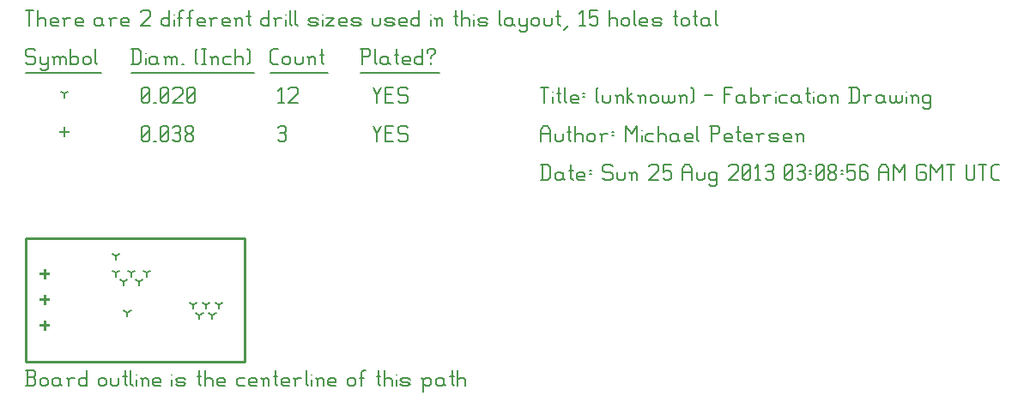
<source format=gbr>
G04 start of page 12 for group -3984 idx -3984 *
G04 Title: (unknown), fab *
G04 Creator: pcb 20110918 *
G04 CreationDate: Sun 25 Aug 2013 03:08:56 AM GMT UTC *
G04 For: railfan *
G04 Format: Gerber/RS-274X *
G04 PCB-Dimensions: 85000 48000 *
G04 PCB-Coordinate-Origin: lower left *
%MOIN*%
%FSLAX25Y25*%
%LNFAB*%
%ADD49C,0.0100*%
%ADD48C,0.0075*%
%ADD47C,0.0060*%
%ADD46R,0.0080X0.0080*%
G54D46*X7500Y35600D02*Y32400D01*
X5900Y34000D02*X9100D01*
X7500Y25600D02*Y22400D01*
X5900Y24000D02*X9100D01*
X7500Y15600D02*Y12400D01*
X5900Y14000D02*X9100D01*
X15000Y90850D02*Y87650D01*
X13400Y89250D02*X16600D01*
G54D47*X135000Y91500D02*X136500Y88500D01*
X138000Y91500D01*
X136500Y88500D02*Y85500D01*
X139800Y88800D02*X142050D01*
X139800Y85500D02*X142800D01*
X139800Y91500D02*Y85500D01*
Y91500D02*X142800D01*
X147600D02*X148350Y90750D01*
X145350Y91500D02*X147600D01*
X144600Y90750D02*X145350Y91500D01*
X144600Y90750D02*Y89250D01*
X145350Y88500D01*
X147600D01*
X148350Y87750D01*
Y86250D01*
X147600Y85500D02*X148350Y86250D01*
X145350Y85500D02*X147600D01*
X144600Y86250D02*X145350Y85500D01*
X98000Y90750D02*X98750Y91500D01*
X100250D01*
X101000Y90750D01*
X100250Y85500D02*X101000Y86250D01*
X98750Y85500D02*X100250D01*
X98000Y86250D02*X98750Y85500D01*
Y88800D02*X100250D01*
X101000Y90750D02*Y89550D01*
Y88050D02*Y86250D01*
Y88050D02*X100250Y88800D01*
X101000Y89550D02*X100250Y88800D01*
X45000Y86250D02*X45750Y85500D01*
X45000Y90750D02*Y86250D01*
Y90750D02*X45750Y91500D01*
X47250D01*
X48000Y90750D01*
Y86250D01*
X47250Y85500D02*X48000Y86250D01*
X45750Y85500D02*X47250D01*
X45000Y87000D02*X48000Y90000D01*
X49800Y85500D02*X50550D01*
X52350Y86250D02*X53100Y85500D01*
X52350Y90750D02*Y86250D01*
Y90750D02*X53100Y91500D01*
X54600D01*
X55350Y90750D01*
Y86250D01*
X54600Y85500D02*X55350Y86250D01*
X53100Y85500D02*X54600D01*
X52350Y87000D02*X55350Y90000D01*
X57150Y90750D02*X57900Y91500D01*
X59400D01*
X60150Y90750D01*
X59400Y85500D02*X60150Y86250D01*
X57900Y85500D02*X59400D01*
X57150Y86250D02*X57900Y85500D01*
Y88800D02*X59400D01*
X60150Y90750D02*Y89550D01*
Y88050D02*Y86250D01*
Y88050D02*X59400Y88800D01*
X60150Y89550D02*X59400Y88800D01*
X61950Y86250D02*X62700Y85500D01*
X61950Y87450D02*Y86250D01*
Y87450D02*X63000Y88500D01*
X63900D01*
X64950Y87450D01*
Y86250D01*
X64200Y85500D02*X64950Y86250D01*
X62700Y85500D02*X64200D01*
X61950Y89550D02*X63000Y88500D01*
X61950Y90750D02*Y89550D01*
Y90750D02*X62700Y91500D01*
X64200D01*
X64950Y90750D01*
Y89550D01*
X63900Y88500D02*X64950Y89550D01*
X35000Y41000D02*Y39400D01*
Y41000D02*X36387Y41800D01*
X35000Y41000D02*X33613Y41800D01*
X39500Y19000D02*Y17400D01*
Y19000D02*X40887Y19800D01*
X39500Y19000D02*X38113Y19800D01*
X67500Y18000D02*Y16400D01*
Y18000D02*X68887Y18800D01*
X67500Y18000D02*X66113Y18800D01*
X72500Y18000D02*Y16400D01*
Y18000D02*X73887Y18800D01*
X72500Y18000D02*X71113Y18800D01*
X70000Y22000D02*Y20400D01*
Y22000D02*X71387Y22800D01*
X70000Y22000D02*X68613Y22800D01*
X65000Y22000D02*Y20400D01*
Y22000D02*X66387Y22800D01*
X65000Y22000D02*X63613Y22800D01*
X75000Y22000D02*Y20400D01*
Y22000D02*X76387Y22800D01*
X75000Y22000D02*X73613Y22800D01*
X35000Y34500D02*Y32900D01*
Y34500D02*X36387Y35300D01*
X35000Y34500D02*X33613Y35300D01*
X38000Y31000D02*Y29400D01*
Y31000D02*X39387Y31800D01*
X38000Y31000D02*X36613Y31800D01*
X41000Y34500D02*Y32900D01*
Y34500D02*X42387Y35300D01*
X41000Y34500D02*X39613Y35300D01*
X47000Y34500D02*Y32900D01*
Y34500D02*X48387Y35300D01*
X47000Y34500D02*X45613Y35300D01*
X44000Y31000D02*Y29400D01*
Y31000D02*X45387Y31800D01*
X44000Y31000D02*X42613Y31800D01*
X15000Y104250D02*Y102650D01*
Y104250D02*X16387Y105050D01*
X15000Y104250D02*X13613Y105050D01*
X135000Y106500D02*X136500Y103500D01*
X138000Y106500D01*
X136500Y103500D02*Y100500D01*
X139800Y103800D02*X142050D01*
X139800Y100500D02*X142800D01*
X139800Y106500D02*Y100500D01*
Y106500D02*X142800D01*
X147600D02*X148350Y105750D01*
X145350Y106500D02*X147600D01*
X144600Y105750D02*X145350Y106500D01*
X144600Y105750D02*Y104250D01*
X145350Y103500D01*
X147600D01*
X148350Y102750D01*
Y101250D01*
X147600Y100500D02*X148350Y101250D01*
X145350Y100500D02*X147600D01*
X144600Y101250D02*X145350Y100500D01*
X98000Y105300D02*X99200Y106500D01*
Y100500D01*
X98000D02*X100250D01*
X102050Y105750D02*X102800Y106500D01*
X105050D01*
X105800Y105750D01*
Y104250D01*
X102050Y100500D02*X105800Y104250D01*
X102050Y100500D02*X105800D01*
X45000Y101250D02*X45750Y100500D01*
X45000Y105750D02*Y101250D01*
Y105750D02*X45750Y106500D01*
X47250D01*
X48000Y105750D01*
Y101250D01*
X47250Y100500D02*X48000Y101250D01*
X45750Y100500D02*X47250D01*
X45000Y102000D02*X48000Y105000D01*
X49800Y100500D02*X50550D01*
X52350Y101250D02*X53100Y100500D01*
X52350Y105750D02*Y101250D01*
Y105750D02*X53100Y106500D01*
X54600D01*
X55350Y105750D01*
Y101250D01*
X54600Y100500D02*X55350Y101250D01*
X53100Y100500D02*X54600D01*
X52350Y102000D02*X55350Y105000D01*
X57150Y105750D02*X57900Y106500D01*
X60150D01*
X60900Y105750D01*
Y104250D01*
X57150Y100500D02*X60900Y104250D01*
X57150Y100500D02*X60900D01*
X62700Y101250D02*X63450Y100500D01*
X62700Y105750D02*Y101250D01*
Y105750D02*X63450Y106500D01*
X64950D01*
X65700Y105750D01*
Y101250D01*
X64950Y100500D02*X65700Y101250D01*
X63450Y100500D02*X64950D01*
X62700Y102000D02*X65700Y105000D01*
X3000Y121500D02*X3750Y120750D01*
X750Y121500D02*X3000D01*
X0Y120750D02*X750Y121500D01*
X0Y120750D02*Y119250D01*
X750Y118500D01*
X3000D01*
X3750Y117750D01*
Y116250D01*
X3000Y115500D02*X3750Y116250D01*
X750Y115500D02*X3000D01*
X0Y116250D02*X750Y115500D01*
X5550Y118500D02*Y116250D01*
X6300Y115500D01*
X8550Y118500D02*Y114000D01*
X7800Y113250D02*X8550Y114000D01*
X6300Y113250D02*X7800D01*
X5550Y114000D02*X6300Y113250D01*
Y115500D02*X7800D01*
X8550Y116250D01*
X11100Y117750D02*Y115500D01*
Y117750D02*X11850Y118500D01*
X12600D01*
X13350Y117750D01*
Y115500D01*
Y117750D02*X14100Y118500D01*
X14850D01*
X15600Y117750D01*
Y115500D01*
X10350Y118500D02*X11100Y117750D01*
X17400Y121500D02*Y115500D01*
Y116250D02*X18150Y115500D01*
X19650D01*
X20400Y116250D01*
Y117750D02*Y116250D01*
X19650Y118500D02*X20400Y117750D01*
X18150Y118500D02*X19650D01*
X17400Y117750D02*X18150Y118500D01*
X22200Y117750D02*Y116250D01*
Y117750D02*X22950Y118500D01*
X24450D01*
X25200Y117750D01*
Y116250D01*
X24450Y115500D02*X25200Y116250D01*
X22950Y115500D02*X24450D01*
X22200Y116250D02*X22950Y115500D01*
X27000Y121500D02*Y116250D01*
X27750Y115500D01*
X0Y112250D02*X29250D01*
X41750Y121500D02*Y115500D01*
X43700Y121500D02*X44750Y120450D01*
Y116550D01*
X43700Y115500D02*X44750Y116550D01*
X41000Y115500D02*X43700D01*
X41000Y121500D02*X43700D01*
G54D48*X46550Y120000D02*Y119850D01*
G54D47*Y117750D02*Y115500D01*
X50300Y118500D02*X51050Y117750D01*
X48800Y118500D02*X50300D01*
X48050Y117750D02*X48800Y118500D01*
X48050Y117750D02*Y116250D01*
X48800Y115500D01*
X51050Y118500D02*Y116250D01*
X51800Y115500D01*
X48800D02*X50300D01*
X51050Y116250D01*
X54350Y117750D02*Y115500D01*
Y117750D02*X55100Y118500D01*
X55850D01*
X56600Y117750D01*
Y115500D01*
Y117750D02*X57350Y118500D01*
X58100D01*
X58850Y117750D01*
Y115500D01*
X53600Y118500D02*X54350Y117750D01*
X60650Y115500D02*X61400D01*
X65900Y116250D02*X66650Y115500D01*
X65900Y120750D02*X66650Y121500D01*
X65900Y120750D02*Y116250D01*
X68450Y121500D02*X69950D01*
X69200D02*Y115500D01*
X68450D02*X69950D01*
X72500Y117750D02*Y115500D01*
Y117750D02*X73250Y118500D01*
X74000D01*
X74750Y117750D01*
Y115500D01*
X71750Y118500D02*X72500Y117750D01*
X77300Y118500D02*X79550D01*
X76550Y117750D02*X77300Y118500D01*
X76550Y117750D02*Y116250D01*
X77300Y115500D01*
X79550D01*
X81350Y121500D02*Y115500D01*
Y117750D02*X82100Y118500D01*
X83600D01*
X84350Y117750D01*
Y115500D01*
X86150Y121500D02*X86900Y120750D01*
Y116250D01*
X86150Y115500D02*X86900Y116250D01*
X41000Y112250D02*X88700D01*
X96050Y115500D02*X98000D01*
X95000Y116550D02*X96050Y115500D01*
X95000Y120450D02*Y116550D01*
Y120450D02*X96050Y121500D01*
X98000D01*
X99800Y117750D02*Y116250D01*
Y117750D02*X100550Y118500D01*
X102050D01*
X102800Y117750D01*
Y116250D01*
X102050Y115500D02*X102800Y116250D01*
X100550Y115500D02*X102050D01*
X99800Y116250D02*X100550Y115500D01*
X104600Y118500D02*Y116250D01*
X105350Y115500D01*
X106850D01*
X107600Y116250D01*
Y118500D02*Y116250D01*
X110150Y117750D02*Y115500D01*
Y117750D02*X110900Y118500D01*
X111650D01*
X112400Y117750D01*
Y115500D01*
X109400Y118500D02*X110150Y117750D01*
X114950Y121500D02*Y116250D01*
X115700Y115500D01*
X114200Y119250D02*X115700D01*
X95000Y112250D02*X117200D01*
X130750Y121500D02*Y115500D01*
X130000Y121500D02*X133000D01*
X133750Y120750D01*
Y119250D01*
X133000Y118500D02*X133750Y119250D01*
X130750Y118500D02*X133000D01*
X135550Y121500D02*Y116250D01*
X136300Y115500D01*
X140050Y118500D02*X140800Y117750D01*
X138550Y118500D02*X140050D01*
X137800Y117750D02*X138550Y118500D01*
X137800Y117750D02*Y116250D01*
X138550Y115500D01*
X140800Y118500D02*Y116250D01*
X141550Y115500D01*
X138550D02*X140050D01*
X140800Y116250D01*
X144100Y121500D02*Y116250D01*
X144850Y115500D01*
X143350Y119250D02*X144850D01*
X147100Y115500D02*X149350D01*
X146350Y116250D02*X147100Y115500D01*
X146350Y117750D02*Y116250D01*
Y117750D02*X147100Y118500D01*
X148600D01*
X149350Y117750D01*
X146350Y117000D02*X149350D01*
Y117750D02*Y117000D01*
X154150Y121500D02*Y115500D01*
X153400D02*X154150Y116250D01*
X151900Y115500D02*X153400D01*
X151150Y116250D02*X151900Y115500D01*
X151150Y117750D02*Y116250D01*
Y117750D02*X151900Y118500D01*
X153400D01*
X154150Y117750D01*
X157450Y118500D02*Y117750D01*
Y116250D02*Y115500D01*
X155950Y120750D02*Y120000D01*
Y120750D02*X156700Y121500D01*
X158200D01*
X158950Y120750D01*
Y120000D01*
X157450Y118500D02*X158950Y120000D01*
X130000Y112250D02*X160750D01*
X0Y136500D02*X3000D01*
X1500D02*Y130500D01*
X4800Y136500D02*Y130500D01*
Y132750D02*X5550Y133500D01*
X7050D01*
X7800Y132750D01*
Y130500D01*
X10350D02*X12600D01*
X9600Y131250D02*X10350Y130500D01*
X9600Y132750D02*Y131250D01*
Y132750D02*X10350Y133500D01*
X11850D01*
X12600Y132750D01*
X9600Y132000D02*X12600D01*
Y132750D02*Y132000D01*
X15150Y132750D02*Y130500D01*
Y132750D02*X15900Y133500D01*
X17400D01*
X14400D02*X15150Y132750D01*
X19950Y130500D02*X22200D01*
X19200Y131250D02*X19950Y130500D01*
X19200Y132750D02*Y131250D01*
Y132750D02*X19950Y133500D01*
X21450D01*
X22200Y132750D01*
X19200Y132000D02*X22200D01*
Y132750D02*Y132000D01*
X28950Y133500D02*X29700Y132750D01*
X27450Y133500D02*X28950D01*
X26700Y132750D02*X27450Y133500D01*
X26700Y132750D02*Y131250D01*
X27450Y130500D01*
X29700Y133500D02*Y131250D01*
X30450Y130500D01*
X27450D02*X28950D01*
X29700Y131250D01*
X33000Y132750D02*Y130500D01*
Y132750D02*X33750Y133500D01*
X35250D01*
X32250D02*X33000Y132750D01*
X37800Y130500D02*X40050D01*
X37050Y131250D02*X37800Y130500D01*
X37050Y132750D02*Y131250D01*
Y132750D02*X37800Y133500D01*
X39300D01*
X40050Y132750D01*
X37050Y132000D02*X40050D01*
Y132750D02*Y132000D01*
X44550Y135750D02*X45300Y136500D01*
X47550D01*
X48300Y135750D01*
Y134250D01*
X44550Y130500D02*X48300Y134250D01*
X44550Y130500D02*X48300D01*
X55800Y136500D02*Y130500D01*
X55050D02*X55800Y131250D01*
X53550Y130500D02*X55050D01*
X52800Y131250D02*X53550Y130500D01*
X52800Y132750D02*Y131250D01*
Y132750D02*X53550Y133500D01*
X55050D01*
X55800Y132750D01*
G54D48*X57600Y135000D02*Y134850D01*
G54D47*Y132750D02*Y130500D01*
X59850Y135750D02*Y130500D01*
Y135750D02*X60600Y136500D01*
X61350D01*
X59100Y133500D02*X60600D01*
X63600Y135750D02*Y130500D01*
Y135750D02*X64350Y136500D01*
X65100D01*
X62850Y133500D02*X64350D01*
X67350Y130500D02*X69600D01*
X66600Y131250D02*X67350Y130500D01*
X66600Y132750D02*Y131250D01*
Y132750D02*X67350Y133500D01*
X68850D01*
X69600Y132750D01*
X66600Y132000D02*X69600D01*
Y132750D02*Y132000D01*
X72150Y132750D02*Y130500D01*
Y132750D02*X72900Y133500D01*
X74400D01*
X71400D02*X72150Y132750D01*
X76950Y130500D02*X79200D01*
X76200Y131250D02*X76950Y130500D01*
X76200Y132750D02*Y131250D01*
Y132750D02*X76950Y133500D01*
X78450D01*
X79200Y132750D01*
X76200Y132000D02*X79200D01*
Y132750D02*Y132000D01*
X81750Y132750D02*Y130500D01*
Y132750D02*X82500Y133500D01*
X83250D01*
X84000Y132750D01*
Y130500D01*
X81000Y133500D02*X81750Y132750D01*
X86550Y136500D02*Y131250D01*
X87300Y130500D01*
X85800Y134250D02*X87300D01*
X94500Y136500D02*Y130500D01*
X93750D02*X94500Y131250D01*
X92250Y130500D02*X93750D01*
X91500Y131250D02*X92250Y130500D01*
X91500Y132750D02*Y131250D01*
Y132750D02*X92250Y133500D01*
X93750D01*
X94500Y132750D01*
X97050D02*Y130500D01*
Y132750D02*X97800Y133500D01*
X99300D01*
X96300D02*X97050Y132750D01*
G54D48*X101100Y135000D02*Y134850D01*
G54D47*Y132750D02*Y130500D01*
X102600Y136500D02*Y131250D01*
X103350Y130500D01*
X104850Y136500D02*Y131250D01*
X105600Y130500D01*
X110550D02*X112800D01*
X113550Y131250D01*
X112800Y132000D02*X113550Y131250D01*
X110550Y132000D02*X112800D01*
X109800Y132750D02*X110550Y132000D01*
X109800Y132750D02*X110550Y133500D01*
X112800D01*
X113550Y132750D01*
X109800Y131250D02*X110550Y130500D01*
G54D48*X115350Y135000D02*Y134850D01*
G54D47*Y132750D02*Y130500D01*
X116850Y133500D02*X119850D01*
X116850Y130500D02*X119850Y133500D01*
X116850Y130500D02*X119850D01*
X122400D02*X124650D01*
X121650Y131250D02*X122400Y130500D01*
X121650Y132750D02*Y131250D01*
Y132750D02*X122400Y133500D01*
X123900D01*
X124650Y132750D01*
X121650Y132000D02*X124650D01*
Y132750D02*Y132000D01*
X127200Y130500D02*X129450D01*
X130200Y131250D01*
X129450Y132000D02*X130200Y131250D01*
X127200Y132000D02*X129450D01*
X126450Y132750D02*X127200Y132000D01*
X126450Y132750D02*X127200Y133500D01*
X129450D01*
X130200Y132750D01*
X126450Y131250D02*X127200Y130500D01*
X134700Y133500D02*Y131250D01*
X135450Y130500D01*
X136950D01*
X137700Y131250D01*
Y133500D02*Y131250D01*
X140250Y130500D02*X142500D01*
X143250Y131250D01*
X142500Y132000D02*X143250Y131250D01*
X140250Y132000D02*X142500D01*
X139500Y132750D02*X140250Y132000D01*
X139500Y132750D02*X140250Y133500D01*
X142500D01*
X143250Y132750D01*
X139500Y131250D02*X140250Y130500D01*
X145800D02*X148050D01*
X145050Y131250D02*X145800Y130500D01*
X145050Y132750D02*Y131250D01*
Y132750D02*X145800Y133500D01*
X147300D01*
X148050Y132750D01*
X145050Y132000D02*X148050D01*
Y132750D02*Y132000D01*
X152850Y136500D02*Y130500D01*
X152100D02*X152850Y131250D01*
X150600Y130500D02*X152100D01*
X149850Y131250D02*X150600Y130500D01*
X149850Y132750D02*Y131250D01*
Y132750D02*X150600Y133500D01*
X152100D01*
X152850Y132750D01*
G54D48*X157350Y135000D02*Y134850D01*
G54D47*Y132750D02*Y130500D01*
X159600Y132750D02*Y130500D01*
Y132750D02*X160350Y133500D01*
X161100D01*
X161850Y132750D01*
Y130500D01*
X158850Y133500D02*X159600Y132750D01*
X167100Y136500D02*Y131250D01*
X167850Y130500D01*
X166350Y134250D02*X167850D01*
X169350Y136500D02*Y130500D01*
Y132750D02*X170100Y133500D01*
X171600D01*
X172350Y132750D01*
Y130500D01*
G54D48*X174150Y135000D02*Y134850D01*
G54D47*Y132750D02*Y130500D01*
X176400D02*X178650D01*
X179400Y131250D01*
X178650Y132000D02*X179400Y131250D01*
X176400Y132000D02*X178650D01*
X175650Y132750D02*X176400Y132000D01*
X175650Y132750D02*X176400Y133500D01*
X178650D01*
X179400Y132750D01*
X175650Y131250D02*X176400Y130500D01*
X183900Y136500D02*Y131250D01*
X184650Y130500D01*
X188400Y133500D02*X189150Y132750D01*
X186900Y133500D02*X188400D01*
X186150Y132750D02*X186900Y133500D01*
X186150Y132750D02*Y131250D01*
X186900Y130500D01*
X189150Y133500D02*Y131250D01*
X189900Y130500D01*
X186900D02*X188400D01*
X189150Y131250D01*
X191700Y133500D02*Y131250D01*
X192450Y130500D01*
X194700Y133500D02*Y129000D01*
X193950Y128250D02*X194700Y129000D01*
X192450Y128250D02*X193950D01*
X191700Y129000D02*X192450Y128250D01*
Y130500D02*X193950D01*
X194700Y131250D01*
X196500Y132750D02*Y131250D01*
Y132750D02*X197250Y133500D01*
X198750D01*
X199500Y132750D01*
Y131250D01*
X198750Y130500D02*X199500Y131250D01*
X197250Y130500D02*X198750D01*
X196500Y131250D02*X197250Y130500D01*
X201300Y133500D02*Y131250D01*
X202050Y130500D01*
X203550D01*
X204300Y131250D01*
Y133500D02*Y131250D01*
X206850Y136500D02*Y131250D01*
X207600Y130500D01*
X206100Y134250D02*X207600D01*
X209100Y129000D02*X210600Y130500D01*
X215100Y135300D02*X216300Y136500D01*
Y130500D01*
X215100D02*X217350D01*
X219150Y136500D02*X222150D01*
X219150D02*Y133500D01*
X219900Y134250D01*
X221400D01*
X222150Y133500D01*
Y131250D01*
X221400Y130500D02*X222150Y131250D01*
X219900Y130500D02*X221400D01*
X219150Y131250D02*X219900Y130500D01*
X226650Y136500D02*Y130500D01*
Y132750D02*X227400Y133500D01*
X228900D01*
X229650Y132750D01*
Y130500D01*
X231450Y132750D02*Y131250D01*
Y132750D02*X232200Y133500D01*
X233700D01*
X234450Y132750D01*
Y131250D01*
X233700Y130500D02*X234450Y131250D01*
X232200Y130500D02*X233700D01*
X231450Y131250D02*X232200Y130500D01*
X236250Y136500D02*Y131250D01*
X237000Y130500D01*
X239250D02*X241500D01*
X238500Y131250D02*X239250Y130500D01*
X238500Y132750D02*Y131250D01*
Y132750D02*X239250Y133500D01*
X240750D01*
X241500Y132750D01*
X238500Y132000D02*X241500D01*
Y132750D02*Y132000D01*
X244050Y130500D02*X246300D01*
X247050Y131250D01*
X246300Y132000D02*X247050Y131250D01*
X244050Y132000D02*X246300D01*
X243300Y132750D02*X244050Y132000D01*
X243300Y132750D02*X244050Y133500D01*
X246300D01*
X247050Y132750D01*
X243300Y131250D02*X244050Y130500D01*
X252300Y136500D02*Y131250D01*
X253050Y130500D01*
X251550Y134250D02*X253050D01*
X254550Y132750D02*Y131250D01*
Y132750D02*X255300Y133500D01*
X256800D01*
X257550Y132750D01*
Y131250D01*
X256800Y130500D02*X257550Y131250D01*
X255300Y130500D02*X256800D01*
X254550Y131250D02*X255300Y130500D01*
X260100Y136500D02*Y131250D01*
X260850Y130500D01*
X259350Y134250D02*X260850D01*
X264600Y133500D02*X265350Y132750D01*
X263100Y133500D02*X264600D01*
X262350Y132750D02*X263100Y133500D01*
X262350Y132750D02*Y131250D01*
X263100Y130500D01*
X265350Y133500D02*Y131250D01*
X266100Y130500D01*
X263100D02*X264600D01*
X265350Y131250D01*
X267900Y136500D02*Y131250D01*
X268650Y130500D01*
G54D49*X0Y48000D02*X85000D01*
Y0D01*
X0D01*
Y48000D01*
G54D47*Y-9500D02*X3000D01*
X3750Y-8750D01*
Y-6950D02*Y-8750D01*
X3000Y-6200D02*X3750Y-6950D01*
X750Y-6200D02*X3000D01*
X750Y-3500D02*Y-9500D01*
X0Y-3500D02*X3000D01*
X3750Y-4250D01*
Y-5450D01*
X3000Y-6200D02*X3750Y-5450D01*
X5550Y-7250D02*Y-8750D01*
Y-7250D02*X6300Y-6500D01*
X7800D01*
X8550Y-7250D01*
Y-8750D01*
X7800Y-9500D02*X8550Y-8750D01*
X6300Y-9500D02*X7800D01*
X5550Y-8750D02*X6300Y-9500D01*
X12600Y-6500D02*X13350Y-7250D01*
X11100Y-6500D02*X12600D01*
X10350Y-7250D02*X11100Y-6500D01*
X10350Y-7250D02*Y-8750D01*
X11100Y-9500D01*
X13350Y-6500D02*Y-8750D01*
X14100Y-9500D01*
X11100D02*X12600D01*
X13350Y-8750D01*
X16650Y-7250D02*Y-9500D01*
Y-7250D02*X17400Y-6500D01*
X18900D01*
X15900D02*X16650Y-7250D01*
X23700Y-3500D02*Y-9500D01*
X22950D02*X23700Y-8750D01*
X21450Y-9500D02*X22950D01*
X20700Y-8750D02*X21450Y-9500D01*
X20700Y-7250D02*Y-8750D01*
Y-7250D02*X21450Y-6500D01*
X22950D01*
X23700Y-7250D01*
X28200D02*Y-8750D01*
Y-7250D02*X28950Y-6500D01*
X30450D01*
X31200Y-7250D01*
Y-8750D01*
X30450Y-9500D02*X31200Y-8750D01*
X28950Y-9500D02*X30450D01*
X28200Y-8750D02*X28950Y-9500D01*
X33000Y-6500D02*Y-8750D01*
X33750Y-9500D01*
X35250D01*
X36000Y-8750D01*
Y-6500D02*Y-8750D01*
X38550Y-3500D02*Y-8750D01*
X39300Y-9500D01*
X37800Y-5750D02*X39300D01*
X40800Y-3500D02*Y-8750D01*
X41550Y-9500D01*
G54D48*X43050Y-5000D02*Y-5150D01*
G54D47*Y-7250D02*Y-9500D01*
X45300Y-7250D02*Y-9500D01*
Y-7250D02*X46050Y-6500D01*
X46800D01*
X47550Y-7250D01*
Y-9500D01*
X44550Y-6500D02*X45300Y-7250D01*
X50100Y-9500D02*X52350D01*
X49350Y-8750D02*X50100Y-9500D01*
X49350Y-7250D02*Y-8750D01*
Y-7250D02*X50100Y-6500D01*
X51600D01*
X52350Y-7250D01*
X49350Y-8000D02*X52350D01*
Y-7250D02*Y-8000D01*
G54D48*X56850Y-5000D02*Y-5150D01*
G54D47*Y-7250D02*Y-9500D01*
X59100D02*X61350D01*
X62100Y-8750D01*
X61350Y-8000D02*X62100Y-8750D01*
X59100Y-8000D02*X61350D01*
X58350Y-7250D02*X59100Y-8000D01*
X58350Y-7250D02*X59100Y-6500D01*
X61350D01*
X62100Y-7250D01*
X58350Y-8750D02*X59100Y-9500D01*
X67350Y-3500D02*Y-8750D01*
X68100Y-9500D01*
X66600Y-5750D02*X68100D01*
X69600Y-3500D02*Y-9500D01*
Y-7250D02*X70350Y-6500D01*
X71850D01*
X72600Y-7250D01*
Y-9500D01*
X75150D02*X77400D01*
X74400Y-8750D02*X75150Y-9500D01*
X74400Y-7250D02*Y-8750D01*
Y-7250D02*X75150Y-6500D01*
X76650D01*
X77400Y-7250D01*
X74400Y-8000D02*X77400D01*
Y-7250D02*Y-8000D01*
X82650Y-6500D02*X84900D01*
X81900Y-7250D02*X82650Y-6500D01*
X81900Y-7250D02*Y-8750D01*
X82650Y-9500D01*
X84900D01*
X87450D02*X89700D01*
X86700Y-8750D02*X87450Y-9500D01*
X86700Y-7250D02*Y-8750D01*
Y-7250D02*X87450Y-6500D01*
X88950D01*
X89700Y-7250D01*
X86700Y-8000D02*X89700D01*
Y-7250D02*Y-8000D01*
X92250Y-7250D02*Y-9500D01*
Y-7250D02*X93000Y-6500D01*
X93750D01*
X94500Y-7250D01*
Y-9500D01*
X91500Y-6500D02*X92250Y-7250D01*
X97050Y-3500D02*Y-8750D01*
X97800Y-9500D01*
X96300Y-5750D02*X97800D01*
X100050Y-9500D02*X102300D01*
X99300Y-8750D02*X100050Y-9500D01*
X99300Y-7250D02*Y-8750D01*
Y-7250D02*X100050Y-6500D01*
X101550D01*
X102300Y-7250D01*
X99300Y-8000D02*X102300D01*
Y-7250D02*Y-8000D01*
X104850Y-7250D02*Y-9500D01*
Y-7250D02*X105600Y-6500D01*
X107100D01*
X104100D02*X104850Y-7250D01*
X108900Y-3500D02*Y-8750D01*
X109650Y-9500D01*
G54D48*X111150Y-5000D02*Y-5150D01*
G54D47*Y-7250D02*Y-9500D01*
X113400Y-7250D02*Y-9500D01*
Y-7250D02*X114150Y-6500D01*
X114900D01*
X115650Y-7250D01*
Y-9500D01*
X112650Y-6500D02*X113400Y-7250D01*
X118200Y-9500D02*X120450D01*
X117450Y-8750D02*X118200Y-9500D01*
X117450Y-7250D02*Y-8750D01*
Y-7250D02*X118200Y-6500D01*
X119700D01*
X120450Y-7250D01*
X117450Y-8000D02*X120450D01*
Y-7250D02*Y-8000D01*
X124950Y-7250D02*Y-8750D01*
Y-7250D02*X125700Y-6500D01*
X127200D01*
X127950Y-7250D01*
Y-8750D01*
X127200Y-9500D02*X127950Y-8750D01*
X125700Y-9500D02*X127200D01*
X124950Y-8750D02*X125700Y-9500D01*
X130500Y-4250D02*Y-9500D01*
Y-4250D02*X131250Y-3500D01*
X132000D01*
X129750Y-6500D02*X131250D01*
X136950Y-3500D02*Y-8750D01*
X137700Y-9500D01*
X136200Y-5750D02*X137700D01*
X139200Y-3500D02*Y-9500D01*
Y-7250D02*X139950Y-6500D01*
X141450D01*
X142200Y-7250D01*
Y-9500D01*
G54D48*X144000Y-5000D02*Y-5150D01*
G54D47*Y-7250D02*Y-9500D01*
X146250D02*X148500D01*
X149250Y-8750D01*
X148500Y-8000D02*X149250Y-8750D01*
X146250Y-8000D02*X148500D01*
X145500Y-7250D02*X146250Y-8000D01*
X145500Y-7250D02*X146250Y-6500D01*
X148500D01*
X149250Y-7250D01*
X145500Y-8750D02*X146250Y-9500D01*
X154500Y-7250D02*Y-11750D01*
X153750Y-6500D02*X154500Y-7250D01*
X155250Y-6500D01*
X156750D01*
X157500Y-7250D01*
Y-8750D01*
X156750Y-9500D02*X157500Y-8750D01*
X155250Y-9500D02*X156750D01*
X154500Y-8750D02*X155250Y-9500D01*
X161550Y-6500D02*X162300Y-7250D01*
X160050Y-6500D02*X161550D01*
X159300Y-7250D02*X160050Y-6500D01*
X159300Y-7250D02*Y-8750D01*
X160050Y-9500D01*
X162300Y-6500D02*Y-8750D01*
X163050Y-9500D01*
X160050D02*X161550D01*
X162300Y-8750D01*
X165600Y-3500D02*Y-8750D01*
X166350Y-9500D01*
X164850Y-5750D02*X166350D01*
X167850Y-3500D02*Y-9500D01*
Y-7250D02*X168600Y-6500D01*
X170100D01*
X170850Y-7250D01*
Y-9500D01*
X200750Y76500D02*Y70500D01*
X202700Y76500D02*X203750Y75450D01*
Y71550D01*
X202700Y70500D02*X203750Y71550D01*
X200000Y70500D02*X202700D01*
X200000Y76500D02*X202700D01*
X207800Y73500D02*X208550Y72750D01*
X206300Y73500D02*X207800D01*
X205550Y72750D02*X206300Y73500D01*
X205550Y72750D02*Y71250D01*
X206300Y70500D01*
X208550Y73500D02*Y71250D01*
X209300Y70500D01*
X206300D02*X207800D01*
X208550Y71250D01*
X211850Y76500D02*Y71250D01*
X212600Y70500D01*
X211100Y74250D02*X212600D01*
X214850Y70500D02*X217100D01*
X214100Y71250D02*X214850Y70500D01*
X214100Y72750D02*Y71250D01*
Y72750D02*X214850Y73500D01*
X216350D01*
X217100Y72750D01*
X214100Y72000D02*X217100D01*
Y72750D02*Y72000D01*
X218900Y74250D02*X219650D01*
X218900Y72750D02*X219650D01*
X227150Y76500D02*X227900Y75750D01*
X224900Y76500D02*X227150D01*
X224150Y75750D02*X224900Y76500D01*
X224150Y75750D02*Y74250D01*
X224900Y73500D01*
X227150D01*
X227900Y72750D01*
Y71250D01*
X227150Y70500D02*X227900Y71250D01*
X224900Y70500D02*X227150D01*
X224150Y71250D02*X224900Y70500D01*
X229700Y73500D02*Y71250D01*
X230450Y70500D01*
X231950D01*
X232700Y71250D01*
Y73500D02*Y71250D01*
X235250Y72750D02*Y70500D01*
Y72750D02*X236000Y73500D01*
X236750D01*
X237500Y72750D01*
Y70500D01*
X234500Y73500D02*X235250Y72750D01*
X242000Y75750D02*X242750Y76500D01*
X245000D01*
X245750Y75750D01*
Y74250D01*
X242000Y70500D02*X245750Y74250D01*
X242000Y70500D02*X245750D01*
X247550Y76500D02*X250550D01*
X247550D02*Y73500D01*
X248300Y74250D01*
X249800D01*
X250550Y73500D01*
Y71250D01*
X249800Y70500D02*X250550Y71250D01*
X248300Y70500D02*X249800D01*
X247550Y71250D02*X248300Y70500D01*
X255050Y75000D02*Y70500D01*
Y75000D02*X256100Y76500D01*
X257750D01*
X258800Y75000D01*
Y70500D01*
X255050Y73500D02*X258800D01*
X260600D02*Y71250D01*
X261350Y70500D01*
X262850D01*
X263600Y71250D01*
Y73500D02*Y71250D01*
X267650Y73500D02*X268400Y72750D01*
X266150Y73500D02*X267650D01*
X265400Y72750D02*X266150Y73500D01*
X265400Y72750D02*Y71250D01*
X266150Y70500D01*
X267650D01*
X268400Y71250D01*
X265400Y69000D02*X266150Y68250D01*
X267650D01*
X268400Y69000D01*
Y73500D02*Y69000D01*
X272900Y75750D02*X273650Y76500D01*
X275900D01*
X276650Y75750D01*
Y74250D01*
X272900Y70500D02*X276650Y74250D01*
X272900Y70500D02*X276650D01*
X278450Y71250D02*X279200Y70500D01*
X278450Y75750D02*Y71250D01*
Y75750D02*X279200Y76500D01*
X280700D01*
X281450Y75750D01*
Y71250D01*
X280700Y70500D02*X281450Y71250D01*
X279200Y70500D02*X280700D01*
X278450Y72000D02*X281450Y75000D01*
X283250Y75300D02*X284450Y76500D01*
Y70500D01*
X283250D02*X285500D01*
X287300Y75750D02*X288050Y76500D01*
X289550D01*
X290300Y75750D01*
X289550Y70500D02*X290300Y71250D01*
X288050Y70500D02*X289550D01*
X287300Y71250D02*X288050Y70500D01*
Y73800D02*X289550D01*
X290300Y75750D02*Y74550D01*
Y73050D02*Y71250D01*
Y73050D02*X289550Y73800D01*
X290300Y74550D02*X289550Y73800D01*
X294800Y71250D02*X295550Y70500D01*
X294800Y75750D02*Y71250D01*
Y75750D02*X295550Y76500D01*
X297050D01*
X297800Y75750D01*
Y71250D01*
X297050Y70500D02*X297800Y71250D01*
X295550Y70500D02*X297050D01*
X294800Y72000D02*X297800Y75000D01*
X299600Y75750D02*X300350Y76500D01*
X301850D01*
X302600Y75750D01*
X301850Y70500D02*X302600Y71250D01*
X300350Y70500D02*X301850D01*
X299600Y71250D02*X300350Y70500D01*
Y73800D02*X301850D01*
X302600Y75750D02*Y74550D01*
Y73050D02*Y71250D01*
Y73050D02*X301850Y73800D01*
X302600Y74550D02*X301850Y73800D01*
X304400Y74250D02*X305150D01*
X304400Y72750D02*X305150D01*
X306950Y71250D02*X307700Y70500D01*
X306950Y75750D02*Y71250D01*
Y75750D02*X307700Y76500D01*
X309200D01*
X309950Y75750D01*
Y71250D01*
X309200Y70500D02*X309950Y71250D01*
X307700Y70500D02*X309200D01*
X306950Y72000D02*X309950Y75000D01*
X311750Y71250D02*X312500Y70500D01*
X311750Y72450D02*Y71250D01*
Y72450D02*X312800Y73500D01*
X313700D01*
X314750Y72450D01*
Y71250D01*
X314000Y70500D02*X314750Y71250D01*
X312500Y70500D02*X314000D01*
X311750Y74550D02*X312800Y73500D01*
X311750Y75750D02*Y74550D01*
Y75750D02*X312500Y76500D01*
X314000D01*
X314750Y75750D01*
Y74550D01*
X313700Y73500D02*X314750Y74550D01*
X316550Y74250D02*X317300D01*
X316550Y72750D02*X317300D01*
X319100Y76500D02*X322100D01*
X319100D02*Y73500D01*
X319850Y74250D01*
X321350D01*
X322100Y73500D01*
Y71250D01*
X321350Y70500D02*X322100Y71250D01*
X319850Y70500D02*X321350D01*
X319100Y71250D02*X319850Y70500D01*
X326150Y76500D02*X326900Y75750D01*
X324650Y76500D02*X326150D01*
X323900Y75750D02*X324650Y76500D01*
X323900Y75750D02*Y71250D01*
X324650Y70500D01*
X326150Y73800D02*X326900Y73050D01*
X323900Y73800D02*X326150D01*
X324650Y70500D02*X326150D01*
X326900Y71250D01*
Y73050D02*Y71250D01*
X331400Y75000D02*Y70500D01*
Y75000D02*X332450Y76500D01*
X334100D01*
X335150Y75000D01*
Y70500D01*
X331400Y73500D02*X335150D01*
X336950Y76500D02*Y70500D01*
Y76500D02*X339200Y73500D01*
X341450Y76500D01*
Y70500D01*
X348950Y76500D02*X349700Y75750D01*
X346700Y76500D02*X348950D01*
X345950Y75750D02*X346700Y76500D01*
X345950Y75750D02*Y71250D01*
X346700Y70500D01*
X348950D01*
X349700Y71250D01*
Y72750D02*Y71250D01*
X348950Y73500D02*X349700Y72750D01*
X347450Y73500D02*X348950D01*
X351500Y76500D02*Y70500D01*
Y76500D02*X353750Y73500D01*
X356000Y76500D01*
Y70500D01*
X357800Y76500D02*X360800D01*
X359300D02*Y70500D01*
X365300Y76500D02*Y71250D01*
X366050Y70500D01*
X367550D01*
X368300Y71250D01*
Y76500D02*Y71250D01*
X370100Y76500D02*X373100D01*
X371600D02*Y70500D01*
X375950D02*X377900D01*
X374900Y71550D02*X375950Y70500D01*
X374900Y75450D02*Y71550D01*
Y75450D02*X375950Y76500D01*
X377900D01*
X200000Y90000D02*Y85500D01*
Y90000D02*X201050Y91500D01*
X202700D01*
X203750Y90000D01*
Y85500D01*
X200000Y88500D02*X203750D01*
X205550D02*Y86250D01*
X206300Y85500D01*
X207800D01*
X208550Y86250D01*
Y88500D02*Y86250D01*
X211100Y91500D02*Y86250D01*
X211850Y85500D01*
X210350Y89250D02*X211850D01*
X213350Y91500D02*Y85500D01*
Y87750D02*X214100Y88500D01*
X215600D01*
X216350Y87750D01*
Y85500D01*
X218150Y87750D02*Y86250D01*
Y87750D02*X218900Y88500D01*
X220400D01*
X221150Y87750D01*
Y86250D01*
X220400Y85500D02*X221150Y86250D01*
X218900Y85500D02*X220400D01*
X218150Y86250D02*X218900Y85500D01*
X223700Y87750D02*Y85500D01*
Y87750D02*X224450Y88500D01*
X225950D01*
X222950D02*X223700Y87750D01*
X227750Y89250D02*X228500D01*
X227750Y87750D02*X228500D01*
X233000Y91500D02*Y85500D01*
Y91500D02*X235250Y88500D01*
X237500Y91500D01*
Y85500D01*
G54D48*X239300Y90000D02*Y89850D01*
G54D47*Y87750D02*Y85500D01*
X241550Y88500D02*X243800D01*
X240800Y87750D02*X241550Y88500D01*
X240800Y87750D02*Y86250D01*
X241550Y85500D01*
X243800D01*
X245600Y91500D02*Y85500D01*
Y87750D02*X246350Y88500D01*
X247850D01*
X248600Y87750D01*
Y85500D01*
X252650Y88500D02*X253400Y87750D01*
X251150Y88500D02*X252650D01*
X250400Y87750D02*X251150Y88500D01*
X250400Y87750D02*Y86250D01*
X251150Y85500D01*
X253400Y88500D02*Y86250D01*
X254150Y85500D01*
X251150D02*X252650D01*
X253400Y86250D01*
X256700Y85500D02*X258950D01*
X255950Y86250D02*X256700Y85500D01*
X255950Y87750D02*Y86250D01*
Y87750D02*X256700Y88500D01*
X258200D01*
X258950Y87750D01*
X255950Y87000D02*X258950D01*
Y87750D02*Y87000D01*
X260750Y91500D02*Y86250D01*
X261500Y85500D01*
X266450Y91500D02*Y85500D01*
X265700Y91500D02*X268700D01*
X269450Y90750D01*
Y89250D01*
X268700Y88500D02*X269450Y89250D01*
X266450Y88500D02*X268700D01*
X272000Y85500D02*X274250D01*
X271250Y86250D02*X272000Y85500D01*
X271250Y87750D02*Y86250D01*
Y87750D02*X272000Y88500D01*
X273500D01*
X274250Y87750D01*
X271250Y87000D02*X274250D01*
Y87750D02*Y87000D01*
X276800Y91500D02*Y86250D01*
X277550Y85500D01*
X276050Y89250D02*X277550D01*
X279800Y85500D02*X282050D01*
X279050Y86250D02*X279800Y85500D01*
X279050Y87750D02*Y86250D01*
Y87750D02*X279800Y88500D01*
X281300D01*
X282050Y87750D01*
X279050Y87000D02*X282050D01*
Y87750D02*Y87000D01*
X284600Y87750D02*Y85500D01*
Y87750D02*X285350Y88500D01*
X286850D01*
X283850D02*X284600Y87750D01*
X289400Y85500D02*X291650D01*
X292400Y86250D01*
X291650Y87000D02*X292400Y86250D01*
X289400Y87000D02*X291650D01*
X288650Y87750D02*X289400Y87000D01*
X288650Y87750D02*X289400Y88500D01*
X291650D01*
X292400Y87750D01*
X288650Y86250D02*X289400Y85500D01*
X294950D02*X297200D01*
X294200Y86250D02*X294950Y85500D01*
X294200Y87750D02*Y86250D01*
Y87750D02*X294950Y88500D01*
X296450D01*
X297200Y87750D01*
X294200Y87000D02*X297200D01*
Y87750D02*Y87000D01*
X299750Y87750D02*Y85500D01*
Y87750D02*X300500Y88500D01*
X301250D01*
X302000Y87750D01*
Y85500D01*
X299000Y88500D02*X299750Y87750D01*
X200000Y106500D02*X203000D01*
X201500D02*Y100500D01*
G54D48*X204800Y105000D02*Y104850D01*
G54D47*Y102750D02*Y100500D01*
X207050Y106500D02*Y101250D01*
X207800Y100500D01*
X206300Y104250D02*X207800D01*
X209300Y106500D02*Y101250D01*
X210050Y100500D01*
X212300D02*X214550D01*
X211550Y101250D02*X212300Y100500D01*
X211550Y102750D02*Y101250D01*
Y102750D02*X212300Y103500D01*
X213800D01*
X214550Y102750D01*
X211550Y102000D02*X214550D01*
Y102750D02*Y102000D01*
X216350Y104250D02*X217100D01*
X216350Y102750D02*X217100D01*
X221600Y101250D02*X222350Y100500D01*
X221600Y105750D02*X222350Y106500D01*
X221600Y105750D02*Y101250D01*
X224150Y103500D02*Y101250D01*
X224900Y100500D01*
X226400D01*
X227150Y101250D01*
Y103500D02*Y101250D01*
X229700Y102750D02*Y100500D01*
Y102750D02*X230450Y103500D01*
X231200D01*
X231950Y102750D01*
Y100500D01*
X228950Y103500D02*X229700Y102750D01*
X233750Y106500D02*Y100500D01*
Y102750D02*X236000Y100500D01*
X233750Y102750D02*X235250Y104250D01*
X238550Y102750D02*Y100500D01*
Y102750D02*X239300Y103500D01*
X240050D01*
X240800Y102750D01*
Y100500D01*
X237800Y103500D02*X238550Y102750D01*
X242600D02*Y101250D01*
Y102750D02*X243350Y103500D01*
X244850D01*
X245600Y102750D01*
Y101250D01*
X244850Y100500D02*X245600Y101250D01*
X243350Y100500D02*X244850D01*
X242600Y101250D02*X243350Y100500D01*
X247400Y103500D02*Y101250D01*
X248150Y100500D01*
X248900D01*
X249650Y101250D01*
Y103500D02*Y101250D01*
X250400Y100500D01*
X251150D01*
X251900Y101250D01*
Y103500D02*Y101250D01*
X254450Y102750D02*Y100500D01*
Y102750D02*X255200Y103500D01*
X255950D01*
X256700Y102750D01*
Y100500D01*
X253700Y103500D02*X254450Y102750D01*
X258500Y106500D02*X259250Y105750D01*
Y101250D01*
X258500Y100500D02*X259250Y101250D01*
X263750Y103500D02*X266750D01*
X271250Y106500D02*Y100500D01*
Y106500D02*X274250D01*
X271250Y103800D02*X273500D01*
X278300Y103500D02*X279050Y102750D01*
X276800Y103500D02*X278300D01*
X276050Y102750D02*X276800Y103500D01*
X276050Y102750D02*Y101250D01*
X276800Y100500D01*
X279050Y103500D02*Y101250D01*
X279800Y100500D01*
X276800D02*X278300D01*
X279050Y101250D01*
X281600Y106500D02*Y100500D01*
Y101250D02*X282350Y100500D01*
X283850D01*
X284600Y101250D01*
Y102750D02*Y101250D01*
X283850Y103500D02*X284600Y102750D01*
X282350Y103500D02*X283850D01*
X281600Y102750D02*X282350Y103500D01*
X287150Y102750D02*Y100500D01*
Y102750D02*X287900Y103500D01*
X289400D01*
X286400D02*X287150Y102750D01*
G54D48*X291200Y105000D02*Y104850D01*
G54D47*Y102750D02*Y100500D01*
X293450Y103500D02*X295700D01*
X292700Y102750D02*X293450Y103500D01*
X292700Y102750D02*Y101250D01*
X293450Y100500D01*
X295700D01*
X299750Y103500D02*X300500Y102750D01*
X298250Y103500D02*X299750D01*
X297500Y102750D02*X298250Y103500D01*
X297500Y102750D02*Y101250D01*
X298250Y100500D01*
X300500Y103500D02*Y101250D01*
X301250Y100500D01*
X298250D02*X299750D01*
X300500Y101250D01*
X303800Y106500D02*Y101250D01*
X304550Y100500D01*
X303050Y104250D02*X304550D01*
G54D48*X306050Y105000D02*Y104850D01*
G54D47*Y102750D02*Y100500D01*
X307550Y102750D02*Y101250D01*
Y102750D02*X308300Y103500D01*
X309800D01*
X310550Y102750D01*
Y101250D01*
X309800Y100500D02*X310550Y101250D01*
X308300Y100500D02*X309800D01*
X307550Y101250D02*X308300Y100500D01*
X313100Y102750D02*Y100500D01*
Y102750D02*X313850Y103500D01*
X314600D01*
X315350Y102750D01*
Y100500D01*
X312350Y103500D02*X313100Y102750D01*
X320600Y106500D02*Y100500D01*
X322550Y106500D02*X323600Y105450D01*
Y101550D01*
X322550Y100500D02*X323600Y101550D01*
X319850Y100500D02*X322550D01*
X319850Y106500D02*X322550D01*
X326150Y102750D02*Y100500D01*
Y102750D02*X326900Y103500D01*
X328400D01*
X325400D02*X326150Y102750D01*
X332450Y103500D02*X333200Y102750D01*
X330950Y103500D02*X332450D01*
X330200Y102750D02*X330950Y103500D01*
X330200Y102750D02*Y101250D01*
X330950Y100500D01*
X333200Y103500D02*Y101250D01*
X333950Y100500D01*
X330950D02*X332450D01*
X333200Y101250D01*
X335750Y103500D02*Y101250D01*
X336500Y100500D01*
X337250D01*
X338000Y101250D01*
Y103500D02*Y101250D01*
X338750Y100500D01*
X339500D01*
X340250Y101250D01*
Y103500D02*Y101250D01*
G54D48*X342050Y105000D02*Y104850D01*
G54D47*Y102750D02*Y100500D01*
X344300Y102750D02*Y100500D01*
Y102750D02*X345050Y103500D01*
X345800D01*
X346550Y102750D01*
Y100500D01*
X343550Y103500D02*X344300Y102750D01*
X350600Y103500D02*X351350Y102750D01*
X349100Y103500D02*X350600D01*
X348350Y102750D02*X349100Y103500D01*
X348350Y102750D02*Y101250D01*
X349100Y100500D01*
X350600D01*
X351350Y101250D01*
X348350Y99000D02*X349100Y98250D01*
X350600D01*
X351350Y99000D01*
Y103500D02*Y99000D01*
M02*

</source>
